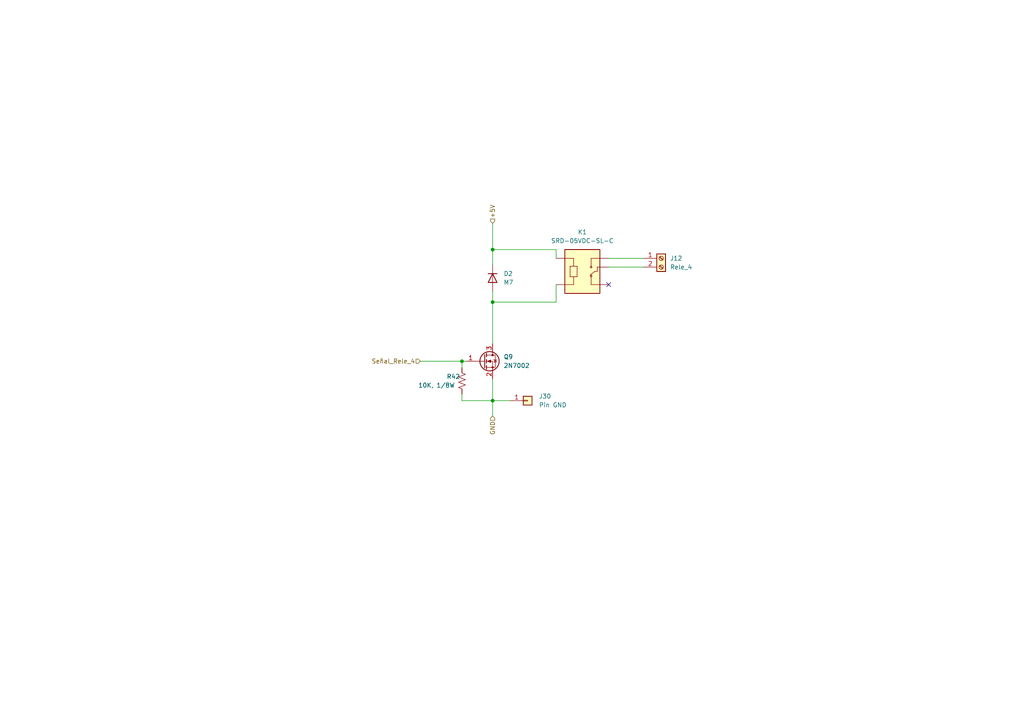
<source format=kicad_sch>
(kicad_sch (version 20211123) (generator eeschema)
  (paper "A4")
  (lib_symbols
    (symbol "Connector:Screw_Terminal_01x02" (pin_names (offset 1.016) hide)
      (property "Reference" "J" (at 0 2.54 0))
      (property "Value" "Screw_Terminal_01x02" (at 0 -5.08 0))
      (symbol "Screw_Terminal_01x02_1_1"
        (rectangle (start -1.27 1.27) (end 1.27 -3.81) (stroke (width 0.254)) (fill (type background)))
        (circle (center 0 -2.54) (radius 0.635) (stroke (width 0.1524)))
        (polyline (pts (xy -0.5334 -2.2098) (xy 0.3302 -3.048)) (stroke (width 0.1524)))
        (polyline (pts (xy -0.5334 0.3302) (xy 0.3302 -0.508)) (stroke (width 0.1524)))
        (polyline (pts (xy -0.3556 -2.032) (xy 0.508 -2.8702)) (stroke (width 0.1524)))
        (polyline (pts (xy -0.3556 0.508) (xy 0.508 -0.3302)) (stroke (width 0.1524)))
        (circle (center 0 0) (radius 0.635) (stroke (width 0.1524)))
        (pin passive line (at -5.08 0 0) (length 3.81) (name "Pin_1") (number "1"))
        (pin passive line (at -5.08 -2.54 0) (length 3.81) (name "Pin_2") (number "2"))
      )
    )
    (symbol "Connector_Generic:Conn_01x01" (pin_names (offset 1.016) hide)
      (property "Reference" "J" (at 0 2.54 0))
      (property "Value" "Conn_01x01" (at 0 -2.54 0))
      (symbol "Conn_01x01_1_1"
        (rectangle (start -1.27 0.127) (end 0 -0.127) (stroke (width 0.1524)))
        (rectangle (start -1.27 1.27) (end 1.27 -1.27) (stroke (width 0.254)) (fill (type background)))
        (pin passive line (at -5.08 0 0) (length 3.81) (name "Pin_1") (number "1"))
      )
    )
    (symbol "Device:D" (pin_numbers hide) (pin_names (offset 1.016) hide)
      (property "Reference" "D" (at 0 2.54 0))
      (property "Value" "D" (at 0 -2.54 0))
      (symbol "D_0_1"
        (polyline (pts (xy -1.27 1.27) (xy -1.27 -1.27)) (stroke (width 0.254)))
        (polyline (pts (xy 1.27 0) (xy -1.27 0)))
        (polyline (pts (xy 1.27 1.27) (xy 1.27 -1.27) (xy -1.27 0) (xy 1.27 1.27)) (stroke (width 0.254)))
      )
      (symbol "D_1_1"
        (pin passive line (at -3.81 0 0) (length 2.54) (name "K") (number "1"))
        (pin passive line (at 3.81 0 180) (length 2.54) (name "A") (number "2"))
      )
    )
    (symbol "Device:R_US" (pin_numbers hide) (pin_names (offset 0))
      (property "Reference" "R" (at 2.54 0 90))
      (property "Value" "R_US" (at -2.54 0 90))
      (symbol "R_US_0_1"
        (polyline (pts (xy 0 -2.286) (xy 0 -2.54)))
        (polyline (pts (xy 0 2.286) (xy 0 2.54)))
        (polyline (pts (xy 0 -0.762) (xy 1.016 -1.143) (xy 0 -1.524) (xy -1.016 -1.905) (xy 0 -2.286)))
        (polyline (pts (xy 0 0.762) (xy 1.016 0.381) (xy 0 0) (xy -1.016 -0.381) (xy 0 -0.762)))
        (polyline (pts (xy 0 2.286) (xy 1.016 1.905) (xy 0 1.524) (xy -1.016 1.143) (xy 0 0.762)))
      )
      (symbol "R_US_1_1"
        (pin passive line (at 0 3.81 270) (length 1.27) (name "~") (number "1"))
        (pin passive line (at 0 -3.81 90) (length 1.27) (name "~") (number "2"))
      )
    )
    (symbol "SRD-05VDC-SL-C:SRD-05VDC-SL-C" (pin_numbers hide) (pin_names (offset 1.016) hide)
      (property "Reference" "K" (at -5.08 5.842 0))
      (property "Value" "SRD-05VDC-SL-C" (at -5.08 -10.16 0))
      (symbol "SRD-05VDC-SL-C_0_0"
        (rectangle (start -5.08 -7.62) (end 5.08 5.08) (stroke (width 0.254)) (fill (type background)))
        (polyline (pts (xy -5.08 2.54) (xy -2.54 2.54)) (stroke (width 0.1524)))
        (polyline (pts (xy -3.556 -2.794) (xy -2.54 -2.794)) (stroke (width 0.1524)))
        (polyline (pts (xy -3.556 0.254) (xy -3.556 -2.794)) (stroke (width 0.1524)))
        (polyline (pts (xy -2.54 -5.08) (xy -5.08 -5.08)) (stroke (width 0.1524)))
        (polyline (pts (xy -2.54 -2.794) (xy -2.54 -5.08)) (stroke (width 0.1524)))
        (polyline (pts (xy -2.54 -2.794) (xy -1.524 -2.794)) (stroke (width 0.1524)))
        (polyline (pts (xy -2.54 0.254) (xy -3.556 0.254)) (stroke (width 0.1524)))
        (polyline (pts (xy -2.54 2.54) (xy -2.54 0.254)) (stroke (width 0.1524)))
        (polyline (pts (xy -1.524 -2.794) (xy -1.524 0.254)) (stroke (width 0.1524)))
        (polyline (pts (xy -1.524 0.254) (xy -2.54 0.254)) (stroke (width 0.1524)))
        (polyline (pts (xy 2.54 -5.08) (xy 5.08 -5.08)) (stroke (width 0.1524)))
        (polyline (pts (xy 2.54 -2.54) (xy 2.54 -5.08)) (stroke (width 0.1524)))
        (polyline (pts (xy 2.54 2.54) (xy 2.54 0)) (stroke (width 0.1524)))
        (polyline (pts (xy 3.556 -1.27) (xy 2.286 -2.286)) (stroke (width 0.1524)))
        (polyline (pts (xy 3.556 -1.27) (xy 4.318 -1.27)) (stroke (width 0.1524)))
        (polyline (pts (xy 4.318 -1.27) (xy 4.318 0)) (stroke (width 0.1524)))
        (polyline (pts (xy 4.318 0) (xy 5.08 0)) (stroke (width 0.1524)))
        (polyline (pts (xy 5.08 2.54) (xy 2.54 2.54)) (stroke (width 0.1524)))
        (circle (center 2.54 -2.54) (radius 0.254) (stroke (width 0.1524)))
        (circle (center 2.54 0) (radius 0.254) (stroke (width 0.1524)))
        (pin passive line (at -7.62 2.54 0) (length 2.54) (name "~") (number "A1"))
        (pin passive line (at -7.62 -5.08 0) (length 2.54) (name "~") (number "A2"))
        (pin passive line (at 7.62 0 180) (length 2.54) (name "~") (number "COM"))
        (pin passive line (at 7.62 -5.08 180) (length 2.54) (name "~") (number "NC"))
        (pin passive line (at 7.62 2.54 180) (length 2.54) (name "~") (number "NO"))
      )
    )
    (symbol "Transistor_FET:2N7002" (pin_names hide)
      (property "Reference" "Q" (at 5.08 1.905 0))
      (property "Value" "2N7002" (at 5.08 0 0))
      (symbol "2N7002_0_1"
        (polyline (pts (xy 0.254 0) (xy -2.54 0)))
        (polyline (pts (xy 0.254 1.905) (xy 0.254 -1.905)) (stroke (width 0.254)))
        (polyline (pts (xy 0.762 -1.27) (xy 0.762 -2.286)) (stroke (width 0.254)))
        (polyline (pts (xy 0.762 0.508) (xy 0.762 -0.508)) (stroke (width 0.254)))
        (polyline (pts (xy 0.762 2.286) (xy 0.762 1.27)) (stroke (width 0.254)))
        (polyline (pts (xy 2.54 2.54) (xy 2.54 1.778)))
        (polyline (pts (xy 2.54 -2.54) (xy 2.54 0) (xy 0.762 0)))
        (polyline (pts (xy 0.762 -1.778) (xy 3.302 -1.778) (xy 3.302 1.778) (xy 0.762 1.778)))
        (polyline (pts (xy 1.016 0) (xy 2.032 0.381) (xy 2.032 -0.381) (xy 1.016 0)) (fill (type outline)))
        (polyline (pts (xy 2.794 0.508) (xy 2.921 0.381) (xy 3.683 0.381) (xy 3.81 0.254)))
        (polyline (pts (xy 3.302 0.381) (xy 2.921 -0.254) (xy 3.683 -0.254) (xy 3.302 0.381)))
        (circle (center 1.651 0) (radius 2.794) (stroke (width 0.254)))
        (circle (center 2.54 -1.778) (radius 0.254) (fill (type outline)))
        (circle (center 2.54 1.778) (radius 0.254) (fill (type outline)))
      )
      (symbol "2N7002_1_1"
        (pin input line (at -5.08 0 0) (length 2.54) (name "G") (number "1"))
        (pin passive line (at 2.54 -5.08 90) (length 2.54) (name "S") (number "2"))
        (pin passive line (at 2.54 5.08 270) (length 2.54) (name "D") (number "3"))
      )
    )
  )
  (junction (at 142.875 116.205))
  (junction (at 133.985 104.775))
  (junction (at 142.875 87.63))
  (junction (at 142.875 72.39))
  (no_connect (at 176.53 82.55))
  (wire (pts (xy 161.29 72.39) (xy 161.29 74.93)))
  (wire (pts (xy 142.875 116.205) (xy 142.875 120.65)))
  (wire (pts (xy 142.875 72.39) (xy 161.29 72.39)))
  (wire (pts (xy 142.875 87.63) (xy 142.875 99.695)))
  (wire (pts (xy 142.875 109.855) (xy 142.875 116.205)))
  (wire (pts (xy 133.985 104.775) (xy 133.985 106.68)))
  (wire (pts (xy 161.29 87.63) (xy 161.29 82.55)))
  (wire (pts (xy 142.875 72.39) (xy 142.875 76.835)))
  (wire (pts (xy 142.875 87.63) (xy 161.29 87.63)))
  (wire (pts (xy 142.875 116.205) (xy 147.955 116.205)))
  (wire (pts (xy 133.985 114.3) (xy 133.985 116.205)))
  (wire (pts (xy 133.985 116.205) (xy 142.875 116.205)))
  (wire (pts (xy 133.985 104.775) (xy 135.255 104.775)))
  (wire (pts (xy 176.53 74.93) (xy 186.69 74.93)))
  (wire (pts (xy 176.53 77.47) (xy 186.69 77.47)))
  (wire (pts (xy 121.92 104.775) (xy 133.985 104.775)))
  (wire (pts (xy 142.875 84.455) (xy 142.875 87.63)))
  (wire (pts (xy 142.875 64.77) (xy 142.875 72.39)))
  (hierarchical_label "+5V" (shape input) (at 142.875 64.77 90))
  (hierarchical_label "Señal_Rele_4" (shape input) (at 121.92 104.775 180))
  (hierarchical_label "GND" (shape input) (at 142.875 120.65 270))
  (symbol (lib_id "Device:R_US") (at 133.985 110.49 0) (unit 1)
    (property "Reference" "R42" (at 129.54 109.22 0) (effects (justify left)))
    (property "Value" "10K, 1/8W" (at 121.285 111.76 0) (effects (justify left)))
    (property "Footprint" "Resistor_SMD:R_0805_2012Metric" (effects hide))
  )
  (symbol (lib_id "Connector_Generic:Conn_01x01") (at 153.035 116.205 0) (unit 1)
    (property "Reference" "J30" (at 156.2862 114.9349 0) (effects (justify left)))
    (property "Value" "Pin GND" (at 156.2862 117.4749 0) (effects (justify left)))
    (property "Footprint" "Connector_PinHeader_2.54mm:PinHeader_1x01_P2.54mm_Vertical" (effects hide))
  )
  (symbol (lib_id "Device:D") (at 142.875 80.645 270) (unit 1)
    (property "Reference" "D2" (at 146.05 79.3749 90) (effects (justify left)))
    (property "Value" "M7" (at 146.05 81.9149 90) (effects (justify left)))
    (property "Footprint" "Diode_SMD:D_SMA" (effects hide))
  )
  (symbol (lib_id "Transistor_FET:2N7002") (at 140.335 104.775 0) (unit 1)
    (property "Reference" "Q9" (at 146.05 103.5049 0) (effects (justify left)))
    (property "Value" "2N7002" (at 146.05 106.0449 0) (effects (justify left)))
    (property "Footprint" "Package_TO_SOT_SMD:SOT-23" (effects hide))
    (property "Datasheet" "https://www.onsemi.com/pub/Collateral/NDS7002A-D.PDF" (effects hide))
  )
  (symbol (lib_id "Connector:Screw_Terminal_01x02") (at 191.77 74.93 0) (unit 1)
    (property "Reference" "J12" (at 194.31 74.9299 0) (effects (justify left)))
    (property "Value" "Rele_4" (at 194.31 77.4699 0) (effects (justify left)))
    (property "Footprint" "TB002-500-02BE:TB00250002BE" (effects hide))
  )
  (symbol (lib_id "SRD-05VDC-SL-C:SRD-05VDC-SL-C") (at 168.91 77.47 0) (unit 1)
    (property "Reference" "K1" (at 168.91 67.31 0))
    (property "Value" "SRD-05VDC-SL-C" (at 168.91 69.85 0))
    (property "Footprint" "SRD-05VDC-SL-C-Version_2:RELAY_SRD-05VDC-SL-C" (effects hide))
    (property "MANUFACTURER" "SONGLE RELAY" (effects hide))
    (property "STANDARD" "IPC-7251" (effects hide))
  )
)
</source>
